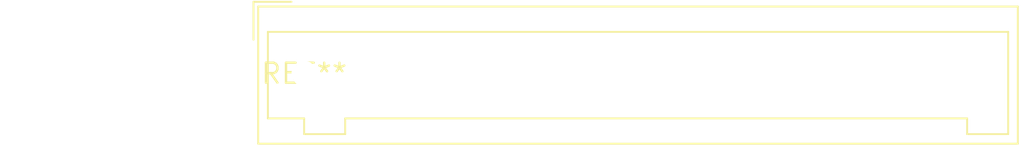
<source format=kicad_pcb>
(kicad_pcb (version 20240108) (generator pcbnew)
  (layers (0 "F.Cu" signal) (31 "B.Cu" signal) (34 "B.Paste" user) (35 "F.Paste" user) (36 "B.SilkS" user "B.Silkscreen") (37 "F.SilkS" user "F.Silkscreen") (38 "B.Mask" user) (39 "F.Mask" user) (44 "Edge.Cuts" user))
  (net 0 "")
  (footprint "Wago_734-143_1x13_P3.50mm_Vertical" (layer "F.Cu") (at 0 0)
    (property "Reference" "REF**")
    (property "Value" "Wago_734-143_1x13_P3.50mm_Vertical")
    (fp_line (start -3.21 -4.56) (end -0.8 -4.56) (layer "F.SilkS") (stroke (width 0.12)))
    (fp_line (start -3.21 -2.15) (end -3.21 -4.56) (layer "F.SilkS") (stroke (width 0.12)))
    (fp_line (start -2.91 -4.26) (end -2.91 4.46) (layer "F.SilkS") (stroke (width 0.12)))
    (fp_line (start -2.91 4.46) (end 45.21 4.46) (layer "F.SilkS") (stroke (width 0.12)))
    (fp_line (start -2.3 -2.65) (end -2.3 2.85) (layer "F.SilkS") (stroke (width 0.12)))
    (fp_line (start -2.3 2.85) (end 0 2.85) (layer "F.SilkS") (stroke (width 0.12)))
    (fp_line (start 0 2.85) (end 0 3.85) (layer "F.SilkS") (stroke (width 0.12)))
    (fp_line (start 0 3.85) (end 2.6 3.85) (layer "F.SilkS") (stroke (width 0.12)))
    (fp_line (start 2.6 2.85) (end 42 2.85) (layer "F.SilkS") (stroke (width 0.12)))
    (fp_line (start 2.6 3.85) (end 2.6 2.85) (layer "F.SilkS") (stroke (width 0.12)))
    (fp_line (start 42 2.85) (end 42 3.85) (layer "F.SilkS") (stroke (width 0.12)))
    (fp_line (start 42 3.85) (end 44.6 3.85) (layer "F.SilkS") (stroke (width 0.12)))
    (fp_line (start 44.6 -2.65) (end -2.3 -2.65) (layer "F.SilkS") (stroke (width 0.12)))
    (fp_line (start 44.6 3.85) (end 44.6 -2.65) (layer "F.SilkS") (stroke (width 0.12)))
    (fp_line (start 45.21 -4.26) (end -2.91 -4.26) (layer "F.SilkS") (stroke (width 0.12)))
    (fp_line (start 45.21 4.46) (end 45.21 -4.26) (layer "F.SilkS") (stroke (width 0.12)))
    (pad "1" thru_hole roundrect (at 0 0) (size 2 2.6) (drill 1.6) (layers *.Cu *.Mask) (remove_unused_layers) (roundrect_rratio 0.125))
    (pad "2" thru_hole oval (at 3.5 0) (size 2 2.6) (drill 1.6) (layers *.Cu *.Mask) (remove_unused_layers))
    (pad "3" thru_hole oval (at 7 0) (size 2 2.6) (drill 1.6) (layers *.Cu *.Mask) (remove_unused_layers))
    (pad "4" thru_hole oval (at 10.5 0) (size 2 2.6) (drill 1.6) (layers *.Cu *.Mask) (remove_unused_layers))
    (pad "5" thru_hole oval (at 14 0) (size 2 2.6) (drill 1.6) (layers *.Cu *.Mask) (remove_unused_layers))
    (pad "6" thru_hole oval (at 17.5 0) (size 2 2.6) (drill 1.6) (layers *.Cu *.Mask) (remove_unused_layers))
    (pad "7" thru_hole oval (at 21 0) (size 2 2.6) (drill 1.6) (layers *.Cu *.Mask) (remove_unused_layers))
    (pad "8" thru_hole oval (at 24.5 0) (size 2 2.6) (drill 1.6) (layers *.Cu *.Mask) (remove_unused_layers))
    (pad "9" thru_hole oval (at 28 0) (size 2 2.6) (drill 1.6) (layers *.Cu *.Mask) (remove_unused_layers))
    (pad "10" thru_hole oval (at 31.5 0) (size 2 2.6) (drill 1.6) (layers *.Cu *.Mask) (remove_unused_layers))
    (pad "11" thru_hole oval (at 35 0) (size 2 2.6) (drill 1.6) (layers *.Cu *.Mask) (remove_unused_layers))
    (pad "12" thru_hole oval (at 38.5 0) (size 2 2.6) (drill 1.6) (layers *.Cu *.Mask) (remove_unused_layers))
    (pad "13" thru_hole oval (at 42 0) (size 2 2.6) (drill 1.6) (layers *.Cu *.Mask) (remove_unused_layers))
  )
)
</source>
